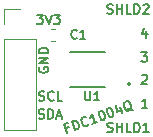
<source format=gbr>
G04 #@! TF.GenerationSoftware,KiCad,Pcbnew,(6.0.1)*
G04 #@! TF.CreationDate,2022-02-03T10:03:19-06:00*
G04 #@! TF.ProjectId,FDC1004Q-Breakout,46444331-3030-4345-912d-427265616b6f,rev?*
G04 #@! TF.SameCoordinates,Original*
G04 #@! TF.FileFunction,Legend,Top*
G04 #@! TF.FilePolarity,Positive*
%FSLAX46Y46*%
G04 Gerber Fmt 4.6, Leading zero omitted, Abs format (unit mm)*
G04 Created by KiCad (PCBNEW (6.0.1)) date 2022-02-03 10:03:19*
%MOMM*%
%LPD*%
G01*
G04 APERTURE LIST*
%ADD10C,0.130000*%
%ADD11C,0.120000*%
%ADD12C,0.127000*%
%ADD13C,0.200000*%
G04 APERTURE END LIST*
D10*
X136188571Y-108273809D02*
X136302857Y-108311904D01*
X136493333Y-108311904D01*
X136569523Y-108273809D01*
X136607619Y-108235714D01*
X136645714Y-108159523D01*
X136645714Y-108083333D01*
X136607619Y-108007142D01*
X136569523Y-107969047D01*
X136493333Y-107930952D01*
X136340952Y-107892857D01*
X136264761Y-107854761D01*
X136226666Y-107816666D01*
X136188571Y-107740476D01*
X136188571Y-107664285D01*
X136226666Y-107588095D01*
X136264761Y-107550000D01*
X136340952Y-107511904D01*
X136531428Y-107511904D01*
X136645714Y-107550000D01*
X136988571Y-108311904D02*
X136988571Y-107511904D01*
X137179047Y-107511904D01*
X137293333Y-107550000D01*
X137369523Y-107626190D01*
X137407619Y-107702380D01*
X137445714Y-107854761D01*
X137445714Y-107969047D01*
X137407619Y-108121428D01*
X137369523Y-108197619D01*
X137293333Y-108273809D01*
X137179047Y-108311904D01*
X136988571Y-108311904D01*
X137750476Y-108083333D02*
X138131428Y-108083333D01*
X137674285Y-108311904D02*
X137940952Y-107511904D01*
X138207619Y-108311904D01*
X145313380Y-100920571D02*
X145313380Y-101453904D01*
X145122904Y-100615809D02*
X144932428Y-101187238D01*
X145427666Y-101187238D01*
X142011619Y-109416809D02*
X142125904Y-109454904D01*
X142316380Y-109454904D01*
X142392571Y-109416809D01*
X142430666Y-109378714D01*
X142468761Y-109302523D01*
X142468761Y-109226333D01*
X142430666Y-109150142D01*
X142392571Y-109112047D01*
X142316380Y-109073952D01*
X142164000Y-109035857D01*
X142087809Y-108997761D01*
X142049714Y-108959666D01*
X142011619Y-108883476D01*
X142011619Y-108807285D01*
X142049714Y-108731095D01*
X142087809Y-108693000D01*
X142164000Y-108654904D01*
X142354476Y-108654904D01*
X142468761Y-108693000D01*
X142811619Y-109454904D02*
X142811619Y-108654904D01*
X142811619Y-109035857D02*
X143268761Y-109035857D01*
X143268761Y-109454904D02*
X143268761Y-108654904D01*
X144030666Y-109454904D02*
X143649714Y-109454904D01*
X143649714Y-108654904D01*
X144297333Y-109454904D02*
X144297333Y-108654904D01*
X144487809Y-108654904D01*
X144602095Y-108693000D01*
X144678285Y-108769190D01*
X144716380Y-108845380D01*
X144754476Y-108997761D01*
X144754476Y-109112047D01*
X144716380Y-109264428D01*
X144678285Y-109340619D01*
X144602095Y-109416809D01*
X144487809Y-109454904D01*
X144297333Y-109454904D01*
X145516380Y-109454904D02*
X145059238Y-109454904D01*
X145287809Y-109454904D02*
X145287809Y-108654904D01*
X145211619Y-108769190D01*
X145135428Y-108845380D01*
X145059238Y-108883476D01*
X145389571Y-107422904D02*
X144932428Y-107422904D01*
X145161000Y-107422904D02*
X145161000Y-106622904D01*
X145084809Y-106737190D01*
X145008619Y-106813380D01*
X144932428Y-106851476D01*
X144894333Y-102685904D02*
X145389571Y-102685904D01*
X145122904Y-102990666D01*
X145237190Y-102990666D01*
X145313380Y-103028761D01*
X145351476Y-103066857D01*
X145389571Y-103143047D01*
X145389571Y-103333523D01*
X145351476Y-103409714D01*
X145313380Y-103447809D01*
X145237190Y-103485904D01*
X145008619Y-103485904D01*
X144932428Y-103447809D01*
X144894333Y-103409714D01*
X142011619Y-99383809D02*
X142125904Y-99421904D01*
X142316380Y-99421904D01*
X142392571Y-99383809D01*
X142430666Y-99345714D01*
X142468761Y-99269523D01*
X142468761Y-99193333D01*
X142430666Y-99117142D01*
X142392571Y-99079047D01*
X142316380Y-99040952D01*
X142164000Y-99002857D01*
X142087809Y-98964761D01*
X142049714Y-98926666D01*
X142011619Y-98850476D01*
X142011619Y-98774285D01*
X142049714Y-98698095D01*
X142087809Y-98660000D01*
X142164000Y-98621904D01*
X142354476Y-98621904D01*
X142468761Y-98660000D01*
X142811619Y-99421904D02*
X142811619Y-98621904D01*
X142811619Y-99002857D02*
X143268761Y-99002857D01*
X143268761Y-99421904D02*
X143268761Y-98621904D01*
X144030666Y-99421904D02*
X143649714Y-99421904D01*
X143649714Y-98621904D01*
X144297333Y-99421904D02*
X144297333Y-98621904D01*
X144487809Y-98621904D01*
X144602095Y-98660000D01*
X144678285Y-98736190D01*
X144716380Y-98812380D01*
X144754476Y-98964761D01*
X144754476Y-99079047D01*
X144716380Y-99231428D01*
X144678285Y-99307619D01*
X144602095Y-99383809D01*
X144487809Y-99421904D01*
X144297333Y-99421904D01*
X145059238Y-98698095D02*
X145097333Y-98660000D01*
X145173523Y-98621904D01*
X145364000Y-98621904D01*
X145440190Y-98660000D01*
X145478285Y-98698095D01*
X145516380Y-98774285D01*
X145516380Y-98850476D01*
X145478285Y-98964761D01*
X145021142Y-99421904D01*
X145516380Y-99421904D01*
X136207619Y-106749809D02*
X136321904Y-106787904D01*
X136512380Y-106787904D01*
X136588571Y-106749809D01*
X136626666Y-106711714D01*
X136664761Y-106635523D01*
X136664761Y-106559333D01*
X136626666Y-106483142D01*
X136588571Y-106445047D01*
X136512380Y-106406952D01*
X136360000Y-106368857D01*
X136283809Y-106330761D01*
X136245714Y-106292666D01*
X136207619Y-106216476D01*
X136207619Y-106140285D01*
X136245714Y-106064095D01*
X136283809Y-106026000D01*
X136360000Y-105987904D01*
X136550476Y-105987904D01*
X136664761Y-106026000D01*
X137464761Y-106711714D02*
X137426666Y-106749809D01*
X137312380Y-106787904D01*
X137236190Y-106787904D01*
X137121904Y-106749809D01*
X137045714Y-106673619D01*
X137007619Y-106597428D01*
X136969523Y-106445047D01*
X136969523Y-106330761D01*
X137007619Y-106178380D01*
X137045714Y-106102190D01*
X137121904Y-106026000D01*
X137236190Y-105987904D01*
X137312380Y-105987904D01*
X137426666Y-106026000D01*
X137464761Y-106064095D01*
X138188571Y-106787904D02*
X137807619Y-106787904D01*
X137807619Y-105987904D01*
X136252000Y-103987523D02*
X136213904Y-104063714D01*
X136213904Y-104178000D01*
X136252000Y-104292285D01*
X136328190Y-104368476D01*
X136404380Y-104406571D01*
X136556761Y-104444666D01*
X136671047Y-104444666D01*
X136823428Y-104406571D01*
X136899619Y-104368476D01*
X136975809Y-104292285D01*
X137013904Y-104178000D01*
X137013904Y-104101809D01*
X136975809Y-103987523D01*
X136937714Y-103949428D01*
X136671047Y-103949428D01*
X136671047Y-104101809D01*
X137013904Y-103606571D02*
X136213904Y-103606571D01*
X137013904Y-103149428D01*
X136213904Y-103149428D01*
X137013904Y-102768476D02*
X136213904Y-102768476D01*
X136213904Y-102578000D01*
X136252000Y-102463714D01*
X136328190Y-102387523D01*
X136404380Y-102349428D01*
X136556761Y-102311333D01*
X136671047Y-102311333D01*
X136823428Y-102349428D01*
X136899619Y-102387523D01*
X136975809Y-102463714D01*
X137013904Y-102578000D01*
X137013904Y-102768476D01*
X144932428Y-104667095D02*
X144970523Y-104629000D01*
X145046714Y-104590904D01*
X145237190Y-104590904D01*
X145313380Y-104629000D01*
X145351476Y-104667095D01*
X145389571Y-104743285D01*
X145389571Y-104819476D01*
X145351476Y-104933761D01*
X144894333Y-105390904D01*
X145389571Y-105390904D01*
X138734406Y-109049327D02*
X138483822Y-109140533D01*
X138627144Y-109534308D02*
X138353528Y-108782554D01*
X138711506Y-108652261D01*
X139271505Y-109299780D02*
X138997889Y-108548026D01*
X139176878Y-108482880D01*
X139297301Y-108479589D01*
X139394955Y-108525126D01*
X139456812Y-108583693D01*
X139544727Y-108713855D01*
X139583815Y-108821248D01*
X139600134Y-108977469D01*
X139590395Y-109062094D01*
X139544858Y-109159748D01*
X139450494Y-109234634D01*
X139271505Y-109299780D01*
X140426774Y-108798217D02*
X140404006Y-108847044D01*
X140309642Y-108921930D01*
X140238046Y-108947988D01*
X140117623Y-108951278D01*
X140019969Y-108905741D01*
X139958112Y-108847175D01*
X139870197Y-108717013D01*
X139831109Y-108609620D01*
X139814790Y-108453399D01*
X139824529Y-108368774D01*
X139870066Y-108271120D01*
X139964430Y-108196234D01*
X140036025Y-108170175D01*
X140156448Y-108166885D01*
X140205275Y-108189654D01*
X141168789Y-108609225D02*
X140739215Y-108765577D01*
X140954002Y-108687401D02*
X140680386Y-107935647D01*
X140647879Y-108069099D01*
X140602342Y-108166754D01*
X140543775Y-108228610D01*
X141360545Y-107688090D02*
X141432140Y-107662031D01*
X141516765Y-107671770D01*
X141565592Y-107694539D01*
X141627449Y-107753105D01*
X141715364Y-107883267D01*
X141780511Y-108062256D01*
X141796830Y-108218477D01*
X141787091Y-108303102D01*
X141764323Y-108351929D01*
X141705756Y-108413785D01*
X141634161Y-108439844D01*
X141549536Y-108430105D01*
X141500709Y-108407336D01*
X141438852Y-108348770D01*
X141350937Y-108218608D01*
X141285790Y-108039619D01*
X141269471Y-107883399D01*
X141279210Y-107798774D01*
X141301978Y-107749946D01*
X141360545Y-107688090D01*
X142076501Y-107427503D02*
X142148097Y-107401444D01*
X142232721Y-107411184D01*
X142281549Y-107433952D01*
X142343405Y-107492518D01*
X142431320Y-107622680D01*
X142496467Y-107801669D01*
X142512787Y-107957890D01*
X142503047Y-108042515D01*
X142480279Y-108091342D01*
X142421713Y-108153199D01*
X142350117Y-108179257D01*
X142265492Y-108169518D01*
X142216665Y-108146750D01*
X142154808Y-108088183D01*
X142066893Y-107958021D01*
X142001747Y-107779032D01*
X141985427Y-107622812D01*
X141995166Y-107538187D01*
X142017935Y-107489360D01*
X142076501Y-107427503D01*
X143062652Y-107352354D02*
X143245062Y-107853524D01*
X142779428Y-107131119D02*
X142795879Y-107733232D01*
X143261250Y-107563851D01*
X144166066Y-107599386D02*
X144081441Y-107589647D01*
X143983787Y-107544110D01*
X143837306Y-107475804D01*
X143752681Y-107466065D01*
X143681085Y-107492124D01*
X143782030Y-107658084D02*
X143697405Y-107648345D01*
X143599750Y-107602808D01*
X143511835Y-107472646D01*
X143420630Y-107222061D01*
X143404310Y-107065840D01*
X143449847Y-106968186D01*
X143508413Y-106906330D01*
X143651605Y-106854212D01*
X143736230Y-106863951D01*
X143833884Y-106909488D01*
X143921799Y-107039650D01*
X144013005Y-107290235D01*
X144029324Y-107446456D01*
X143983787Y-107544110D01*
X143925221Y-107605966D01*
X143782030Y-107658084D01*
X136042523Y-99510904D02*
X136537761Y-99510904D01*
X136271095Y-99815666D01*
X136385380Y-99815666D01*
X136461571Y-99853761D01*
X136499666Y-99891857D01*
X136537761Y-99968047D01*
X136537761Y-100158523D01*
X136499666Y-100234714D01*
X136461571Y-100272809D01*
X136385380Y-100310904D01*
X136156809Y-100310904D01*
X136080619Y-100272809D01*
X136042523Y-100234714D01*
X136766333Y-99510904D02*
X137033000Y-100310904D01*
X137299666Y-99510904D01*
X137490142Y-99510904D02*
X137985380Y-99510904D01*
X137718714Y-99815666D01*
X137833000Y-99815666D01*
X137909190Y-99853761D01*
X137947285Y-99891857D01*
X137985380Y-99968047D01*
X137985380Y-100158523D01*
X137947285Y-100234714D01*
X137909190Y-100272809D01*
X137833000Y-100310904D01*
X137604428Y-100310904D01*
X137528238Y-100272809D01*
X137490142Y-100234714D01*
G04 #@! TO.C,U1*
X140144571Y-106015285D02*
X140144571Y-106622428D01*
X140180285Y-106693857D01*
X140216000Y-106729571D01*
X140287428Y-106765285D01*
X140430285Y-106765285D01*
X140501714Y-106729571D01*
X140537428Y-106693857D01*
X140573142Y-106622428D01*
X140573142Y-106015285D01*
X141323142Y-106765285D02*
X140894571Y-106765285D01*
X141108857Y-106765285D02*
X141108857Y-106015285D01*
X141037428Y-106122428D01*
X140966000Y-106193857D01*
X140894571Y-106229571D01*
G04 #@! TO.C,C1*
X139422000Y-101486857D02*
X139386285Y-101522571D01*
X139279142Y-101558285D01*
X139207714Y-101558285D01*
X139100571Y-101522571D01*
X139029142Y-101451142D01*
X138993428Y-101379714D01*
X138957714Y-101236857D01*
X138957714Y-101129714D01*
X138993428Y-100986857D01*
X139029142Y-100915428D01*
X139100571Y-100844000D01*
X139207714Y-100808285D01*
X139279142Y-100808285D01*
X139386285Y-100844000D01*
X139422000Y-100879714D01*
X140136285Y-101558285D02*
X139707714Y-101558285D01*
X139922000Y-101558285D02*
X139922000Y-100808285D01*
X139850571Y-100915428D01*
X139779142Y-100986857D01*
X139707714Y-101022571D01*
D11*
G04 #@! TO.C,J1*
X133290000Y-101600000D02*
X133290000Y-109280000D01*
X133290000Y-109280000D02*
X135950000Y-109280000D01*
X133290000Y-101600000D02*
X135950000Y-101600000D01*
X133290000Y-99000000D02*
X134620000Y-99000000D01*
X135950000Y-101600000D02*
X135950000Y-109280000D01*
X133290000Y-100330000D02*
X133290000Y-99000000D01*
D12*
G04 #@! TO.C,U1*
X141835000Y-102640000D02*
X138835000Y-102640000D01*
X141835000Y-105640000D02*
X138835000Y-105640000D01*
D13*
X143935000Y-105390000D02*
G75*
G03*
X143935000Y-105390000I-100000J0D01*
G01*
D11*
G04 #@! TO.C,C1*
X137260420Y-101729000D02*
X137541580Y-101729000D01*
X137260420Y-100709000D02*
X137541580Y-100709000D01*
G04 #@! TD*
M02*

</source>
